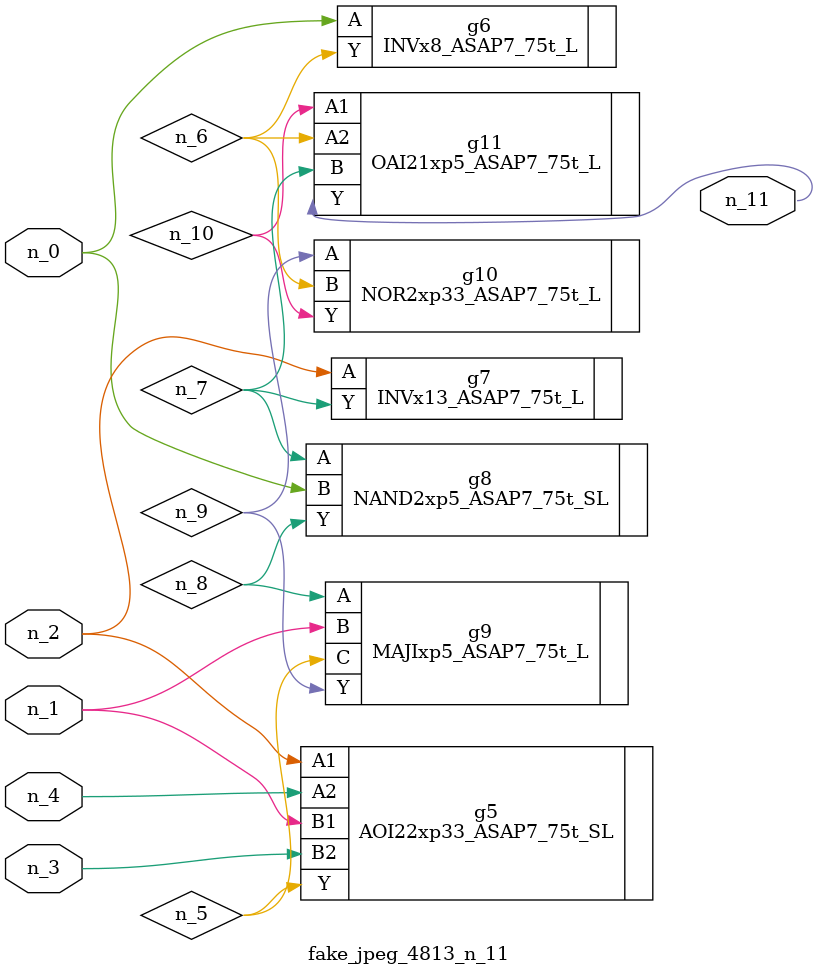
<source format=v>
module fake_jpeg_4813_n_11 (n_3, n_2, n_1, n_0, n_4, n_11);

input n_3;
input n_2;
input n_1;
input n_0;
input n_4;

output n_11;

wire n_10;
wire n_8;
wire n_9;
wire n_6;
wire n_5;
wire n_7;

AOI22xp33_ASAP7_75t_SL g5 ( 
.A1(n_2),
.A2(n_4),
.B1(n_1),
.B2(n_3),
.Y(n_5)
);

INVx8_ASAP7_75t_L g6 ( 
.A(n_0),
.Y(n_6)
);

INVx13_ASAP7_75t_L g7 ( 
.A(n_2),
.Y(n_7)
);

NAND2xp5_ASAP7_75t_SL g8 ( 
.A(n_7),
.B(n_0),
.Y(n_8)
);

MAJIxp5_ASAP7_75t_L g9 ( 
.A(n_8),
.B(n_1),
.C(n_5),
.Y(n_9)
);

NOR2xp33_ASAP7_75t_L g10 ( 
.A(n_9),
.B(n_6),
.Y(n_10)
);

OAI21xp5_ASAP7_75t_L g11 ( 
.A1(n_10),
.A2(n_6),
.B(n_7),
.Y(n_11)
);


endmodule
</source>
